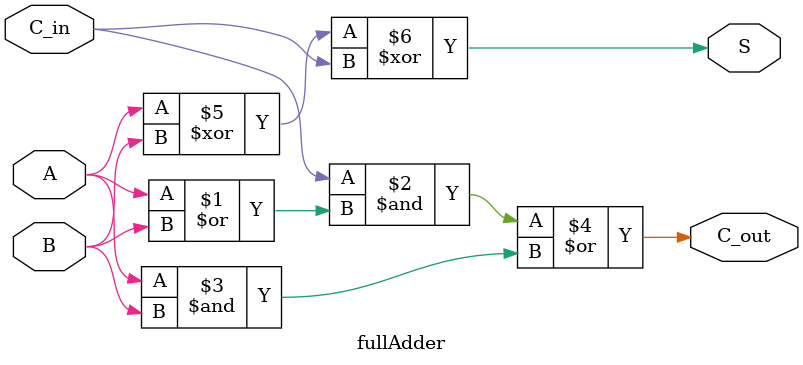
<source format=v>
`timescale 1ns / 1ps


module fullAdder(
    input A,
    input B,
    input C_in,
    output C_out,
    output S
    );
    
    assign C_out = C_in & (A | B) | (A & B);
    assign S = A ^ B ^ C_in;
endmodule


</source>
